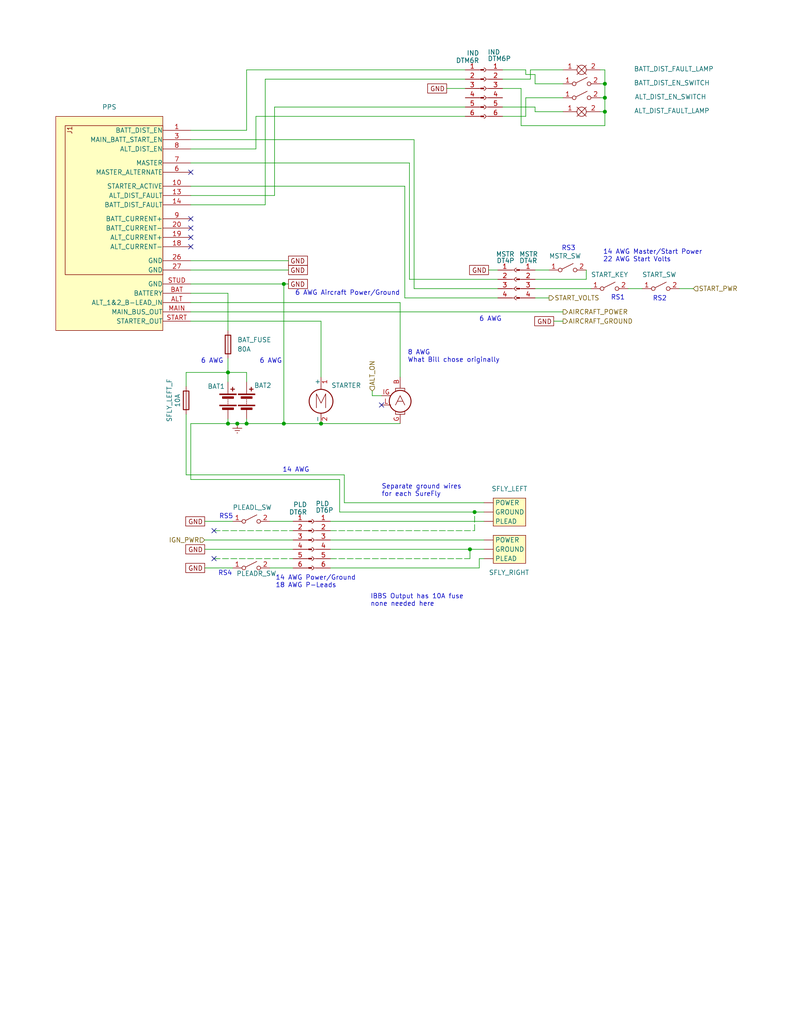
<source format=kicad_sch>
(kicad_sch (version 20250114) (generator "eeschema") (generator_version "9.0")
  (paper "A" portrait)
  (title_block (title "Lycoming") (date "2025-11-03") (rev "1.2.2") (company "N78HR"))
  (lib_symbols
    (symbol "Connector:Conn_01x04_Pin" (pin_names (offset 1.016) (hide yes))
      (property "Reference" "J" (at 0 5.08 0))
      (property "Value" "Conn_01x04_Pin" (at 0 -7.62 0))
      (symbol "Conn_01x04_Pin_1_1"
        (rectangle (start 0.8636 2.667) (end 0 2.413) (stroke (width 0.1524)) (fill (type outline)))
        (rectangle (start 0.8636 0.127) (end 0 -0.127) (stroke (width 0.1524)) (fill (type outline)))
        (rectangle (start 0.8636 -2.413) (end 0 -2.667) (stroke (width 0.1524)) (fill (type outline)))
        (rectangle (start 0.8636 -4.953) (end 0 -5.207) (stroke (width 0.1524)) (fill (type outline)))
        (polyline (pts (xy 1.27 2.54) (xy 0.8636 2.54)) (stroke (width 0.1524)))
        (polyline (pts (xy 1.27 0) (xy 0.8636 0)) (stroke (width 0.1524)))
        (polyline (pts (xy 1.27 -2.54) (xy 0.8636 -2.54)) (stroke (width 0.1524)))
        (polyline (pts (xy 1.27 -5.08) (xy 0.8636 -5.08)) (stroke (width 0.1524)))
        (pin passive line (at 5.08 2.54 180) (length 3.81) (name "Pin_1") (number "1"))
        (pin passive line (at 5.08 0 180) (length 3.81) (name "Pin_2") (number "2"))
        (pin passive line (at 5.08 -2.54 180) (length 3.81) (name "Pin_3") (number "3"))
        (pin passive line (at 5.08 -5.08 180) (length 3.81) (name "Pin_4") (number "4"))
      )
    )
    (symbol "Connector:Conn_01x04_Socket" (pin_names (offset 1.016) (hide yes))
      (property "Reference" "J" (at 0 5.08 0))
      (property "Value" "Conn_01x04_Socket" (at 0 -7.62 0))
      (symbol "Conn_01x04_Socket_1_1"
        (polyline (pts (xy -1.27 2.54) (xy -0.508 2.54)) (stroke (width 0.1524)))
        (polyline (pts (xy -1.27 0) (xy -0.508 0)) (stroke (width 0.1524)))
        (polyline (pts (xy -1.27 -2.54) (xy -0.508 -2.54)) (stroke (width 0.1524)))
        (polyline (pts (xy -1.27 -5.08) (xy -0.508 -5.08)) (stroke (width 0.1524)))
        (arc (start 0 2.032) (mid -0.5058 2.54) (end 0 3.048) (stroke (width 0.1524)))
        (arc (start 0 -0.508) (mid -0.5058 0) (end 0 0.508) (stroke (width 0.1524)))
        (arc (start 0 -3.048) (mid -0.5058 -2.54) (end 0 -2.032) (stroke (width 0.1524)))
        (arc (start 0 -5.588) (mid -0.5058 -5.08) (end 0 -4.572) (stroke (width 0.1524)))
        (pin passive line (at -5.08 2.54 0) (length 3.81) (name "Pin_1") (number "1"))
        (pin passive line (at -5.08 0 0) (length 3.81) (name "Pin_2") (number "2"))
        (pin passive line (at -5.08 -2.54 0) (length 3.81) (name "Pin_3") (number "3"))
        (pin passive line (at -5.08 -5.08 0) (length 3.81) (name "Pin_4") (number "4"))
      )
    )
    (symbol "Connector:Conn_01x06_Pin" (pin_names (offset 1.016) (hide yes))
      (property "Reference" "J" (at 0 7.62 0))
      (property "Value" "Conn_01x06_Pin" (at 0 -10.16 0))
      (symbol "Conn_01x06_Pin_1_1"
        (rectangle (start 0.8636 5.207) (end 0 4.953) (stroke (width 0.1524)) (fill (type outline)))
        (rectangle (start 0.8636 2.667) (end 0 2.413) (stroke (width 0.1524)) (fill (type outline)))
        (rectangle (start 0.8636 0.127) (end 0 -0.127) (stroke (width 0.1524)) (fill (type outline)))
        (rectangle (start 0.8636 -2.413) (end 0 -2.667) (stroke (width 0.1524)) (fill (type outline)))
        (rectangle (start 0.8636 -4.953) (end 0 -5.207) (stroke (width 0.1524)) (fill (type outline)))
        (rectangle (start 0.8636 -7.493) (end 0 -7.747) (stroke (width 0.1524)) (fill (type outline)))
        (polyline (pts (xy 1.27 5.08) (xy 0.8636 5.08)) (stroke (width 0.1524)))
        (polyline (pts (xy 1.27 2.54) (xy 0.8636 2.54)) (stroke (width 0.1524)))
        (polyline (pts (xy 1.27 0) (xy 0.8636 0)) (stroke (width 0.1524)))
        (polyline (pts (xy 1.27 -2.54) (xy 0.8636 -2.54)) (stroke (width 0.1524)))
        (polyline (pts (xy 1.27 -5.08) (xy 0.8636 -5.08)) (stroke (width 0.1524)))
        (polyline (pts (xy 1.27 -7.62) (xy 0.8636 -7.62)) (stroke (width 0.1524)))
        (pin passive line (at 5.08 5.08 180) (length 3.81) (name "Pin_1") (number "1"))
        (pin passive line (at 5.08 2.54 180) (length 3.81) (name "Pin_2") (number "2"))
        (pin passive line (at 5.08 0 180) (length 3.81) (name "Pin_3") (number "3"))
        (pin passive line (at 5.08 -2.54 180) (length 3.81) (name "Pin_4") (number "4"))
        (pin passive line (at 5.08 -5.08 180) (length 3.81) (name "Pin_5") (number "5"))
        (pin passive line (at 5.08 -7.62 180) (length 3.81) (name "Pin_6") (number "6"))
      )
    )
    (symbol "Connector:Conn_01x06_Socket" (pin_names (offset 1.016) (hide yes))
      (property "Reference" "J" (at 0 7.62 0))
      (property "Value" "Conn_01x06_Socket" (at 0 -10.16 0))
      (symbol "Conn_01x06_Socket_1_1"
        (polyline (pts (xy -1.27 5.08) (xy -0.508 5.08)) (stroke (width 0.1524)))
        (polyline (pts (xy -1.27 2.54) (xy -0.508 2.54)) (stroke (width 0.1524)))
        (polyline (pts (xy -1.27 0) (xy -0.508 0)) (stroke (width 0.1524)))
        (polyline (pts (xy -1.27 -2.54) (xy -0.508 -2.54)) (stroke (width 0.1524)))
        (polyline (pts (xy -1.27 -5.08) (xy -0.508 -5.08)) (stroke (width 0.1524)))
        (polyline (pts (xy -1.27 -7.62) (xy -0.508 -7.62)) (stroke (width 0.1524)))
        (arc (start 0 4.572) (mid -0.5058 5.08) (end 0 5.588) (stroke (width 0.1524)))
        (arc (start 0 2.032) (mid -0.5058 2.54) (end 0 3.048) (stroke (width 0.1524)))
        (arc (start 0 -0.508) (mid -0.5058 0) (end 0 0.508) (stroke (width 0.1524)))
        (arc (start 0 -3.048) (mid -0.5058 -2.54) (end 0 -2.032) (stroke (width 0.1524)))
        (arc (start 0 -5.588) (mid -0.5058 -5.08) (end 0 -4.572) (stroke (width 0.1524)))
        (arc (start 0 -8.128) (mid -0.5058 -7.62) (end 0 -7.112) (stroke (width 0.1524)))
        (pin passive line (at -5.08 5.08 0) (length 3.81) (name "Pin_1") (number "1"))
        (pin passive line (at -5.08 2.54 0) (length 3.81) (name "Pin_2") (number "2"))
        (pin passive line (at -5.08 0 0) (length 3.81) (name "Pin_3") (number "3"))
        (pin passive line (at -5.08 -2.54 0) (length 3.81) (name "Pin_4") (number "4"))
        (pin passive line (at -5.08 -5.08 0) (length 3.81) (name "Pin_5") (number "5"))
        (pin passive line (at -5.08 -7.62 0) (length 3.81) (name "Pin_6") (number "6"))
      )
    )
    (symbol "Device:Battery" (pin_numbers (hide yes)) (pin_names (offset 0) (hide yes))
      (property "Reference" "BT" (at 2.54 2.54 0))
      (property "Value" "Battery" (at 2.54 0 0))
      (symbol "Battery_0_1"
        (rectangle (start -2.286 1.778) (end 2.286 1.524) (fill (type outline)))
        (rectangle (start -2.286 -1.27) (end 2.286 -1.524) (fill (type outline)))
        (rectangle (start -1.524 1.016) (end 1.524 0.508) (fill (type outline)))
        (rectangle (start -1.524 -2.032) (end 1.524 -2.54) (fill (type outline)))
        (polyline (pts (xy 0 1.778) (xy 0 2.54)))
        (polyline (pts (xy 0 0) (xy 0 0.254)))
        (polyline (pts (xy 0 -0.508) (xy 0 -0.254)))
        (polyline (pts (xy 0 -1.016) (xy 0 -0.762)))
        (polyline (pts (xy 0.762 3.048) (xy 1.778 3.048)) (stroke (width 0.254)))
        (polyline (pts (xy 1.27 3.556) (xy 1.27 2.54)) (stroke (width 0.254)))
      )
      (symbol "Battery_1_1"
        (pin passive line (at 0 5.08 270) (length 2.54) (name "+") (number "1"))
        (pin passive line (at 0 -5.08 90) (length 2.54) (name "-") (number "2"))
      )
    )
    (symbol "Device:Fuse" (pin_numbers (hide yes)) (pin_names (offset 0))
      (property "Reference" "F" (at 2.032 0 90))
      (property "Value" "Fuse" (at -1.905 0 90))
      (symbol "Fuse_0_1"
        (rectangle (start -0.762 -2.54) (end 0.762 2.54) (stroke (width 0.254)))
        (polyline (pts (xy 0 2.54) (xy 0 -2.54)))
      )
      (symbol "Fuse_1_1"
        (pin passive line (at 0 3.81 270) (length 1.27) (name "~") (number "1"))
        (pin passive line (at 0 -3.81 90) (length 1.27) (name "~") (number "2"))
      )
    )
    (symbol "Motor:Motor_DC" (pin_names (offset 0))
      (property "Reference" "M" (at 2.54 2.54 0))
      (property "Value" "Motor_DC" (at 2.54 -5.08 0))
      (symbol "Motor_DC_0_0"
        (polyline (pts (xy -1.27 -3.302) (xy -1.27 0.508) (xy 0 -2.032) (xy 1.27 0.508) (xy 1.27 -3.302)))
      )
      (symbol "Motor_DC_0_1"
        (polyline (pts (xy 0 2.032) (xy 0 2.54)))
        (polyline (pts (xy 0 1.7272) (xy 0 2.0828)))
        (circle (center 0 -1.524) (radius 3.2512) (stroke (width 0.254)))
        (polyline (pts (xy 0 -4.7752) (xy 0 -5.1816)))
        (polyline (pts (xy 0 -7.62) (xy 0 -7.112)))
      )
      (symbol "Motor_DC_1_1"
        (pin passive line (at 0 5.08 270) (length 2.54) (name "+") (number "1"))
        (pin passive line (at 0 -7.62 90) (length 2.54) (name "-") (number "2"))
      )
    )
    (symbol "SureFly_SIM_1"
      (property "Reference" "SureFly_SIM" (at 5.588 1.27 0))
      (symbol "SureFly_SIM_1_1_1"
        (rectangle (start 0 0) (end 8.89 -7.62) (fill (type background)))
        (pin power_in line (at 11.43 -1.27 180) (length 2.54) (name "POWER") (number ""))
        (pin passive line (at 11.43 -3.81 180) (length 2.54) (name "GROUND") (number ""))
        (pin passive line (at 11.43 -6.35 180) (length 2.54) (name "PLEAD") (number ""))
      )
    )
    (symbol "Switch:SW_SPST" (pin_names (offset 0) (hide yes))
      (property "Reference" "SW" (at 0 3.175 0))
      (property "Value" "SW_SPST" (at 0 -2.54 0))
      (symbol "SW_SPST_0_0"
        (circle (center -2.032 0) (radius 0.508))
        (polyline (pts (xy -1.524 0.254) (xy 1.524 1.778)))
        (circle (center 2.032 0) (radius 0.508))
      )
      (symbol "SW_SPST_1_1"
        (pin passive line (at -5.08 0 0) (length 2.54) (name "A") (number "1"))
        (pin passive line (at 5.08 0 180) (length 2.54) (name "B") (number "2"))
      )
    )
    (symbol "flyerx:Alternator_Regulated" (pin_names (offset 0))
      (property "Reference" "A" (at 2.54 2.54 0))
      (property "Value" "Alternator_Regulated" (at 2.54 -5.08 0))
      (symbol "Alternator_Regulated_0_0"
        (polyline (pts (xy -1.27 1.27) (xy -1.27 2.032) (xy 1.27 2.032) (xy 1.27 1.27)))
        (polyline (pts (xy -1.27 -4.318) (xy -1.27 -5.08) (xy 1.27 -5.08) (xy 1.27 -4.318)))
        (circle (center 0 -1.524) (radius 2.9718) (stroke (width 0.254)))
      )
      (symbol "Alternator_Regulated_0_1"
        (polyline (pts (xy -1.27 -2.54) (xy 0 0) (xy 1.27 -2.54)))
        (polyline (pts (xy -0.762 -1.524) (xy 0.762 -1.524)))
        (polyline (pts (xy 0 2.032) (xy 0 2.54)))
      )
      (symbol "Alternator_Regulated_1_1"
        (pin power_in line (at -5.08 0 0) (length 2.54) (name "") (number "IG"))
        (pin power_out line (at -5.08 -2.54 0) (length 2.54) (name "") (number "L"))
        (pin power_out line (at 0 5.08 270) (length 2.54) (name "") (number "B"))
        (pin passive line (at 0 -7.62 90) (length 2.54) (name "") (number "G"))
      )
    )
    (symbol "flyerx:Bulb"
      (property "Reference" "B" (at 1.27 1.27 0))
      (symbol "Bulb_0_1"
        (polyline (pts (xy 0 0) (xy 2.54 -2.54)))
        (polyline (pts (xy 0 -2.54) (xy 2.54 0)))
        (circle (center 1.27 -1.27) (radius 1.27))
      )
      (symbol "Bulb_1_1"
        (pin passive line (at -3.81 -1.27 0) (length 3.81) (name "") (number "1"))
        (pin passive line (at 6.35 -1.27 180) (length 3.81) (name "") (number "2"))
      )
    )
    (symbol "flyerx:SureFly_SIM"
      (property "Reference" "SureFly_SIM" (at 5.588 1.27 0))
      (symbol "SureFly_SIM_1_1"
        (rectangle (start 0 0) (end 8.89 -7.62) (fill (type background)))
        (pin power_in line (at 11.43 -1.27 180) (length 2.54) (name "POWER") (number ""))
        (pin passive line (at 11.43 -3.81 180) (length 2.54) (name "GROUND") (number ""))
        (pin passive line (at 11.43 -6.35 180) (length 2.54) (name "PLEAD") (number ""))
      )
    )
    (symbol "flyerx:Vertical_Power_PPS" (pin_names (offset 0.002)) (in_bom no)
      (property "Reference" "PPS" (at 2.54 1.27 0))
      (symbol "Vertical_Power_PPS_1_1"
        (rectangle (start 0 0) (end 29.21 -58.42) (fill (type background)))
        (rectangle (start 2.54 -2.54) (end 29.21 -43.18) (fill (type background)))
        (text "J1" (at 3.81 -2.54 900) (effects (font (size 1.27 1.27)) (justify right)))
        (pin input line (at 36.83 -3.81 180) (length 7.62) (name "BATT_DIST_EN") (number "1"))
        (pin input line (at 36.83 -6.35 180) (length 7.62) (name "MAIN_BATT_START_EN") (number "3"))
        (pin input line (at 36.83 -8.89 180) (length 7.62) (name "ALT_DIST_EN") (number "8"))
        (pin input line (at 36.83 -12.7 180) (length 7.62) (name "MASTER") (number "7"))
        (pin input line (at 36.83 -15.24 180) (length 7.62) (name "MASTER_ALTERNATE") (number "6"))
        (pin output line (at 36.83 -19.05 180) (length 7.62) (name "STARTER_ACTIVE") (number "10"))
        (pin output line (at 36.83 -21.59 180) (length 7.62) (name "ALT_DIST_FAULT") (number "13"))
        (pin output line (at 36.83 -24.13 180) (length 7.62) (name "BATT_DIST_FAULT") (number "14"))
        (pin output line (at 36.83 -27.94 180) (length 7.62) (name "BATT_CURRENT+") (number "9"))
        (pin passive line (at 36.83 -30.48 180) (length 7.62) (name "BATT_CURRENT-") (number "20"))
        (pin output line (at 36.83 -33.02 180) (length 7.62) (name "ALT_CURRENT+") (number "19"))
        (pin passive line (at 36.83 -35.56 180) (length 7.62) (name "ALT_CURRENT-") (number "18"))
        (pin passive line (at 36.83 -39.37 180) (length 7.62) (name "GND") (number "26"))
        (pin passive line (at 36.83 -41.91 180) (length 7.62) (name "GND") (number "27"))
        (pin passive line (at 36.83 -45.72 180) (length 7.62) (name "GND") (number "STUD"))
        (pin power_in line (at 36.83 -48.26 180) (length 7.62) (name "BATTERY") (number "BAT"))
        (pin power_in line (at 36.83 -50.8 180) (length 7.62) (name "ALT_1&2_B-LEAD_IN") (number "ALT"))
        (pin power_out line (at 36.83 -53.34 180) (length 7.62) (name "MAIN_BUS_OUT") (number "MAIN"))
        (pin power_out line (at 36.83 -55.88 180) (length 7.62) (name "STARTER_OUT") (number "START"))
      )
    )
    (symbol "power:Earth" (power) (pin_names (offset 0))
      (symbol "Earth_0_1"
        (polyline (pts (xy -0.635 -1.905) (xy 0.635 -1.905)))
        (polyline (pts (xy -0.127 -2.54) (xy 0.127 -2.54)))
        (polyline (pts (xy 0 -1.27) (xy 0 0)))
        (polyline (pts (xy 1.27 -1.27) (xy -1.27 -1.27)))
      )
      (symbol "Earth_1_1"
        (pin power_in line (at 0 0 270) (length 0) (hide yes) (name "Earth") (number "1"))
      )
    )
  )
  (text "Separate ground wires\nfor each SureFly" (at 104.14 133.858 0) (effects (font (size 1.27 1.27)) (justify left)))
  (text "14 AWG Power/Ground\n18 AWG P-Leads" (at 75.184 158.75 0) (effects (font (size 1.27 1.27)) (justify left)))
  (text "6 AWG" (at 57.912 98.552 0) (effects (font (size 1.27 1.27))))
  (text "RS5" (at 61.722 140.97 0) (effects (font (size 1.27 1.27))))
  (text "IBBS Output has 10A fuse\nnone needed here" (at 101.092 163.83 0) (effects (font (size 1.27 1.27)) (justify left)))
  (text "6 AWG Aircraft Power/Ground" (at 80.518 80.01 0) (effects (font (size 1.27 1.27)) (justify left)))
  (text "6 AWG" (at 73.914 98.552 0) (effects (font (size 1.27 1.27))))
  (text "RS4" (at 61.468 156.464 0) (effects (font (size 1.27 1.27))))
  (text "8 AWG\nWhat Bill chose originally" (at 111.252 97.282 0) (effects (font (size 1.27 1.27)) (justify left)))
  (text "6 AWG" (at 133.858 87.122 0) (effects (font (size 1.27 1.27))))
  (text "14 AWG Master/Start Power\n22 AWG Start Volts" (at 164.592 69.85 0) (effects (font (size 1.27 1.27)) (justify left)))
  (text "RS2" (at 180.086 81.534 0) (effects (font (size 1.27 1.27))))
  (text "14 AWG" (at 80.772 128.27 0) (effects (font (size 1.27 1.27))))
  (text "RS3" (at 155.194 67.818 0) (effects (font (size 1.27 1.27))))
  (text "RS1" (at 168.656 81.28 0) (effects (font (size 1.27 1.27))))
  (junction (at 165.1 30.48))
  (junction (at 165.1 26.67))
  (junction (at 64.77 115.57))
  (junction (at 128.27 149.86))
  (junction (at 77.47 115.57))
  (junction (at 165.1 22.86))
  (junction (at 62.23 101.6))
  (junction (at 67.31 115.57))
  (junction (at 129.54 139.7))
  (junction (at 77.47 77.47))
  (junction (at 62.23 115.57))
  (junction (at 87.63 115.57))
  (no_connect (at 58.42 144.78))
  (no_connect (at 52.07 59.69))
  (no_connect (at 58.42 152.4))
  (no_connect (at 52.07 67.31))
  (no_connect (at 52.07 46.99))
  (no_connect (at 52.07 62.23))
  (no_connect (at 104.14 110.49))
  (no_connect (at 52.07 64.77))
  (wire (pts (xy 77.47 77.47) (xy 78.74 77.47)))
  (wire (pts (xy 143.51 26.67) (xy 153.67 26.67)))
  (wire (pts (xy 109.22 115.57) (xy 87.63 115.57)))
  (wire (pts (xy 144.78 21.59) (xy 144.78 19.05)))
  (wire (pts (xy 143.51 20.32) (xy 146.05 20.32)))
  (wire (pts (xy 144.78 19.05) (xy 153.67 19.05)))
  (wire (pts (xy 171.45 78.74) (xy 175.26 78.74)))
  (wire (pts (xy 146.05 20.32) (xy 146.05 22.86)))
  (wire (pts (xy 130.81 152.4) (xy 130.81 154.94)))
  (wire (pts (xy 67.31 19.05) (xy 127 19.05)))
  (wire (pts (xy 58.42 152.4) (xy 80.01 152.4)) (stroke (width 0) (type dash)))
  (wire (pts (xy 121.92 24.13) (xy 127 24.13)))
  (wire (pts (xy 67.31 35.56) (xy 67.31 19.05)))
  (wire (pts (xy 165.1 30.48) (xy 165.1 26.67)))
  (wire (pts (xy 55.88 154.94) (xy 63.5 154.94)))
  (wire (pts (xy 129.54 139.7) (xy 92.71 139.7)))
  (wire (pts (xy 130.81 152.4) (xy 132.08 152.4)))
  (wire (pts (xy 72.39 55.88) (xy 72.39 21.59)))
  (wire (pts (xy 67.31 101.6) (xy 62.23 101.6)))
  (wire (pts (xy 137.16 24.13) (xy 142.24 24.13)))
  (wire (pts (xy 52.07 115.57) (xy 62.23 115.57)))
  (wire (pts (xy 69.85 31.75) (xy 127 31.75)))
  (wire (pts (xy 55.88 142.24) (xy 63.5 142.24)))
  (wire (pts (xy 52.07 80.01) (xy 62.23 80.01)))
  (wire (pts (xy 163.83 26.67) (xy 165.1 26.67)))
  (wire (pts (xy 74.93 29.21) (xy 127 29.21)))
  (wire (pts (xy 165.1 22.86) (xy 165.1 26.67)))
  (wire (pts (xy 90.17 144.78) (xy 129.54 144.78)) (stroke (width 0) (type dash)))
  (wire (pts (xy 64.77 115.57) (xy 67.31 115.57)))
  (wire (pts (xy 137.16 21.59) (xy 144.78 21.59)))
  (wire (pts (xy 160.02 73.66) (xy 160.02 76.2)))
  (wire (pts (xy 64.77 115.57) (xy 62.23 115.57)))
  (wire (pts (xy 143.51 31.75) (xy 143.51 26.67)))
  (wire (pts (xy 90.17 154.94) (xy 130.81 154.94)))
  (wire (pts (xy 67.31 104.14) (xy 67.31 101.6)))
  (wire (pts (xy 129.54 144.78) (xy 129.54 139.7)) (stroke (width 0) (type dash)))
  (wire (pts (xy 146.05 29.21) (xy 146.05 30.48)))
  (wire (pts (xy 52.07 35.56) (xy 67.31 35.56)))
  (wire (pts (xy 58.42 144.78) (xy 80.01 144.78)) (stroke (width 0) (type dash)))
  (wire (pts (xy 50.8 113.03) (xy 50.8 129.54)))
  (wire (pts (xy 132.08 139.7) (xy 129.54 139.7)))
  (wire (pts (xy 146.05 22.86) (xy 153.67 22.86)))
  (wire (pts (xy 113.03 78.74) (xy 113.03 38.1)))
  (wire (pts (xy 73.66 154.94) (xy 80.01 154.94)))
  (wire (pts (xy 142.24 24.13) (xy 142.24 34.29)))
  (wire (pts (xy 55.88 147.32) (xy 80.01 147.32)))
  (wire (pts (xy 62.23 101.6) (xy 62.23 104.14)))
  (wire (pts (xy 111.76 44.45) (xy 52.07 44.45)))
  (wire (pts (xy 110.49 81.28) (xy 135.89 81.28)))
  (wire (pts (xy 50.8 129.54) (xy 93.98 129.54)))
  (wire (pts (xy 137.16 31.75) (xy 143.51 31.75)))
  (wire (pts (xy 90.17 142.24) (xy 132.08 142.24)))
  (wire (pts (xy 163.83 30.48) (xy 165.1 30.48)))
  (wire (pts (xy 163.83 22.86) (xy 165.1 22.86)))
  (wire (pts (xy 67.31 115.57) (xy 77.47 115.57)))
  (wire (pts (xy 77.47 77.47) (xy 77.47 115.57)))
  (wire (pts (xy 146.05 30.48) (xy 153.67 30.48)))
  (wire (pts (xy 62.23 80.01) (xy 62.23 90.17)))
  (wire (pts (xy 52.07 130.81) (xy 52.07 115.57)))
  (wire (pts (xy 52.07 73.66) (xy 78.74 73.66)))
  (wire (pts (xy 128.27 149.86) (xy 128.27 152.4)))
  (wire (pts (xy 146.05 81.28) (xy 149.86 81.28)))
  (wire (pts (xy 52.07 87.63) (xy 87.63 87.63)))
  (wire (pts (xy 185.42 78.74) (xy 189.23 78.74)))
  (wire (pts (xy 50.8 105.41) (xy 50.8 101.6)))
  (wire (pts (xy 133.35 73.66) (xy 135.89 73.66)))
  (wire (pts (xy 55.88 149.86) (xy 80.01 149.86)))
  (wire (pts (xy 72.39 21.59) (xy 127 21.59)))
  (wire (pts (xy 52.07 85.09) (xy 153.67 85.09)))
  (wire (pts (xy 50.8 101.6) (xy 62.23 101.6)))
  (wire (pts (xy 151.13 87.63) (xy 153.67 87.63)))
  (wire (pts (xy 143.51 19.05) (xy 143.51 20.32)))
  (wire (pts (xy 62.23 97.79) (xy 62.23 101.6)))
  (wire (pts (xy 67.31 114.3) (xy 67.31 115.57)))
  (wire (pts (xy 137.16 19.05) (xy 143.51 19.05)))
  (wire (pts (xy 110.49 50.8) (xy 110.49 81.28)))
  (wire (pts (xy 142.24 34.29) (xy 165.1 34.29)))
  (wire (pts (xy 87.63 102.87) (xy 87.63 87.63)))
  (wire (pts (xy 62.23 115.57) (xy 62.23 114.3)))
  (wire (pts (xy 101.6 107.95) (xy 104.14 107.95)))
  (wire (pts (xy 90.17 152.4) (xy 128.27 152.4)) (stroke (width 0) (type dash)))
  (wire (pts (xy 146.05 78.74) (xy 161.29 78.74)))
  (wire (pts (xy 73.66 142.24) (xy 80.01 142.24)))
  (wire (pts (xy 137.16 29.21) (xy 146.05 29.21)))
  (wire (pts (xy 113.03 38.1) (xy 52.07 38.1)))
  (wire (pts (xy 52.07 77.47) (xy 77.47 77.47)))
  (wire (pts (xy 92.71 130.81) (xy 52.07 130.81)))
  (wire (pts (xy 93.98 129.54) (xy 93.98 137.16)))
  (wire (pts (xy 111.76 76.2) (xy 135.89 76.2)))
  (wire (pts (xy 111.76 76.2) (xy 111.76 44.45)))
  (wire (pts (xy 165.1 34.29) (xy 165.1 30.48)))
  (wire (pts (xy 146.05 73.66) (xy 149.86 73.66)))
  (wire (pts (xy 77.47 115.57) (xy 87.63 115.57)))
  (wire (pts (xy 52.07 55.88) (xy 72.39 55.88)))
  (wire (pts (xy 52.07 53.34) (xy 74.93 53.34)))
  (wire (pts (xy 163.83 19.05) (xy 165.1 19.05)))
  (wire (pts (xy 52.07 40.64) (xy 69.85 40.64)))
  (wire (pts (xy 109.22 82.55) (xy 52.07 82.55)))
  (wire (pts (xy 128.27 149.86) (xy 132.08 149.86)))
  (wire (pts (xy 101.6 106.68) (xy 101.6 107.95)))
  (wire (pts (xy 90.17 149.86) (xy 128.27 149.86)))
  (wire (pts (xy 92.71 139.7) (xy 92.71 130.81)))
  (wire (pts (xy 74.93 53.34) (xy 74.93 29.21)))
  (wire (pts (xy 146.05 76.2) (xy 160.02 76.2)))
  (wire (pts (xy 52.07 50.8) (xy 110.49 50.8)))
  (wire (pts (xy 69.85 40.64) (xy 69.85 31.75)))
  (wire (pts (xy 52.07 71.12) (xy 78.74 71.12)))
  (wire (pts (xy 113.03 78.74) (xy 135.89 78.74)))
  (wire (pts (xy 90.17 147.32) (xy 132.08 147.32)))
  (wire (pts (xy 165.1 19.05) (xy 165.1 22.86)))
  (wire (pts (xy 109.22 102.87) (xy 109.22 82.55)))
  (wire (pts (xy 93.98 137.16) (xy 132.08 137.16)))
  (global_label "GND" (shape passive) (at 133.35 73.66 180) (property "Intersheetrefs" "${INTERSHEET_REFS}" (effects (hide yes))))
  (global_label "GND" (shape passive) (at 151.13 87.63 180) (property "Intersheetrefs" "${INTERSHEET_REFS}" (effects (hide yes))))
  (global_label "GND" (shape passive) (at 55.88 142.24 180) (property "Intersheetrefs" "${INTERSHEET_REFS}" (effects (hide yes))))
  (global_label "GND" (shape passive) (at 55.88 154.94 180) (property "Intersheetrefs" "${INTERSHEET_REFS}" (effects (hide yes))))
  (global_label "GND" (shape passive) (at 78.74 77.47 0) (property "Intersheetrefs" "${INTERSHEET_REFS}" (effects (hide yes))))
  (global_label "GND" (shape passive) (at 55.88 149.86 180) (property "Intersheetrefs" "${INTERSHEET_REFS}" (effects (hide yes))))
  (global_label "GND" (shape passive) (at 78.74 73.66 0) (property "Intersheetrefs" "${INTERSHEET_REFS}" (effects (hide yes))))
  (global_label "GND" (shape passive) (at 78.74 71.12 0) (property "Intersheetrefs" "${INTERSHEET_REFS}" (effects (hide yes))))
  (global_label "GND" (shape passive) (at 121.92 24.13 180) (property "Intersheetrefs" "${INTERSHEET_REFS}" (effects (hide yes))))
  (hierarchical_label "START_PWR" (shape input) (at 189.23 78.74 0))
  (hierarchical_label "START_VOLTS" (shape output) (at 149.86 81.28 0))
  (hierarchical_label "ALT_ON" (shape input) (at 101.6 106.68 90))
  (hierarchical_label "AIRCRAFT_POWER" (shape output) (at 153.67 85.09 0))
  (hierarchical_label "IGN_PWR" (shape input) (at 55.88 147.32 180))
  (hierarchical_label "AIRCRAFT_GROUND" (shape output) (at 153.67 87.63 0))
  (symbol (lib_id "Connector:Conn_01x04_Socket") (at 140.97 76.2 0) (unit 1)
    (property "Reference" "MSTR" (at 140.462 69.342 0) (effects (justify right)))
    (property "Value" "DT4P" (at 140.462 71.12 0) (effects (justify right)))
    (property "Description" "Generic connector, single row, 01x04, script generated" (effects (hide yes)))
  )
  (symbol (lib_id "Switch:SW_SPST") (at 166.37 78.74 0) (unit 1)
    (property "Reference" "START_KEY" (at 161.29 74.93 0) (effects (justify left)))
  )
  (symbol (lib_id "Device:Battery") (at 62.23 109.22 0) (unit 1)
    (property "Reference" "BAT1" (at 56.642 105.41 0) (effects (justify left)))
  )
  (symbol (lib_id "flyerx:Alternator_Regulated") (at 109.22 107.95 0) (unit 1)
    (property "Reference" "A1" (effects (hide yes)))
    (property "Value" "Alternator_Regulated" (effects (hide yes)))
    (property "Description" "3 Wire Alternator with Regulator" (effects (hide yes)))
  )
  (symbol (lib_id "flyerx:SureFly_SIM") (at 143.51 135.89 0) (mirror y) (unit 1)
    (property "Reference" "SFLY_LEFT" (at 139.065 133.35 0))
  )
  (symbol (lib_id "Connector:Conn_01x06_Pin") (at 85.09 147.32 0) (mirror y) (unit 1)
    (property "Reference" "PLD" (at 83.82 137.668 0) (effects (justify left)))
    (property "Value" "DT6R" (at 83.82 139.7 0) (effects (justify left)))
    (property "Description" "Generic connector, single row, 01x06, script generated" (effects (hide yes)))
  )
  (symbol (lib_id "Device:Fuse") (at 50.8 109.22 0) (mirror y) (unit 1)
    (property "Reference" "SFLY_LEFT_F" (at 46.228 109.22 90))
    (property "Value" "10A" (at 48.4504 109.2835 90))
    (property "Description" "Fuse" (effects (hide yes)))
  )
  (symbol (lib_id "Switch:SW_SPST") (at 158.75 22.86 0) (unit 1)
    (property "Reference" "BATT_DIST_EN_SWITCH" (at 172.974 22.606 0) (effects (justify left)))
  )
  (symbol (lib_id "Device:Fuse") (at 62.23 93.98 0) (unit 1)
    (property "Reference" "BAT_FUSE" (at 64.77 92.7099 0) (effects (justify left)))
    (property "Value" "80A" (at 64.77 95.2499 0) (effects (justify left)))
    (property "Description" "Fuse" (effects (hide yes)))
  )
  (symbol (lib_id "Connector:Conn_01x06_Socket") (at 85.09 147.32 0) (mirror y) (unit 1)
    (property "Reference" "PLD" (at 86.106 137.414 0) (effects (justify right)))
    (property "Value" "DT6P" (at 86.106 139.192 0) (effects (justify right)))
    (property "Description" "Generic connector, single row, 01x06, script generated" (effects (hide yes)))
  )
  (symbol (lib_id "Switch:SW_SPST") (at 68.58 142.24 0) (unit 1)
    (property "Reference" "PLEADL_SW" (at 63.5 138.43 0) (effects (justify left)))
  )
  (symbol (lib_id "Motor:Motor_DC") (at 87.63 107.95 0) (unit 1)
    (property "Reference" "STARTER" (at 90.424 105.156 0) (effects (justify left)))
    (property "Value" "Motor_DC" (effects (hide yes)))
    (property "Description" "DC Motor" (effects (hide yes)))
  )
  (symbol (lib_id "power:Earth") (at 64.77 115.57 0) (mirror y) (unit 1)
    (property "Reference" "#PWR02" (effects (hide yes)))
    (property "Value" "Earth" (effects (hide yes)))
  )
  (symbol (lib_id "Switch:SW_SPST") (at 154.94 73.66 0) (unit 1)
    (property "Reference" "MSTR_SW" (at 149.86 69.85 0) (effects (justify left)))
  )
  (symbol (lib_id "flyerx:Vertical_Power_PPS") (at 15.24 31.75 0) (unit 1) (in_bom no)
    (property "Reference" "PPS" (at 29.845 29.21 0))
  )
  (symbol (lib_id "Switch:SW_SPST") (at 158.75 26.67 0) (unit 1)
    (property "Reference" "ALT_DIST_EN_SWITCH" (at 173.228 26.416 0) (effects (justify left)))
  )
  (symbol (lib_id "Switch:SW_SPST") (at 180.34 78.74 0) (unit 1)
    (property "Reference" "START_SW" (at 175.26 74.93 0) (effects (justify left)))
  )
  (symbol (lib_id "Switch:SW_SPST") (at 68.58 154.94 0) (unit 1)
    (property "Reference" "PLEADR_SW" (at 64.516 156.464 0) (effects (justify left)))
  )
  (symbol (lib_id "flyerx:Bulb") (at 157.48 29.21 0) (unit 1)
    (property "Reference" "ALT_DIST_FAULT_LAMP" (at 183.388 30.226 0))
  )
  (symbol (lib_id "flyerx:Bulb") (at 157.48 17.78 0) (unit 1)
    (property "Reference" "BATT_DIST_FAULT_LAMP" (at 183.896 18.796 0))
  )
  (symbol (lib_name "SureFly_SIM_1") (lib_id "flyerx:SureFly_SIM") (at 143.51 146.05 0) (mirror y) (unit 1)
    (property "Reference" "SFLY_RIGHT" (at 138.938 156.21 0))
  )
  (symbol (lib_id "Connector:Conn_01x06_Pin") (at 132.08 24.13 0) (mirror y) (unit 1)
    (property "Reference" "IND" (at 130.81 14.478 0) (effects (justify left)))
    (property "Value" "DTM6R" (at 130.81 16.51 0) (effects (justify left)))
    (property "Description" "Generic connector, single row, 01x06, script generated" (effects (hide yes)))
  )
  (symbol (lib_id "Connector:Conn_01x04_Pin") (at 140.97 76.2 0) (unit 1)
    (property "Reference" "MSTR" (at 141.732 69.342 0) (effects (justify left)))
    (property "Value" "DT4R" (at 141.732 71.12 0) (effects (justify left)))
    (property "Description" "Generic connector, single row, 01x04, script generated" (effects (hide yes)))
  )
  (symbol (lib_id "Connector:Conn_01x06_Socket") (at 132.08 24.13 0) (mirror y) (unit 1)
    (property "Reference" "IND" (at 133.096 14.224 0) (effects (justify right)))
    (property "Value" "DTM6P" (at 133.096 16.002 0) (effects (justify right)))
    (property "Description" "Generic connector, single row, 01x06, script generated" (effects (hide yes)))
  )
  (symbol (lib_id "Device:Battery") (at 67.31 109.22 0) (unit 1)
    (property "Reference" "BAT2" (at 69.342 105.156 0) (effects (justify left)))
  )
)
</source>
